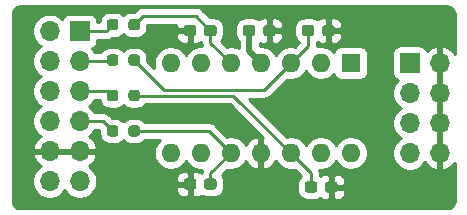
<source format=gbr>
G04 #@! TF.GenerationSoftware,KiCad,Pcbnew,5.1.10-1.fc33*
G04 #@! TF.CreationDate,2021-10-10T15:30:15-05:00*
G04 #@! TF.ProjectId,dac_pmod,6461635f-706d-46f6-942e-6b696361645f,A*
G04 #@! TF.SameCoordinates,Original*
G04 #@! TF.FileFunction,Copper,L1,Top*
G04 #@! TF.FilePolarity,Positive*
%FSLAX46Y46*%
G04 Gerber Fmt 4.6, Leading zero omitted, Abs format (unit mm)*
G04 Created by KiCad (PCBNEW 5.1.10-1.fc33) date 2021-10-10 15:30:15*
%MOMM*%
%LPD*%
G01*
G04 APERTURE LIST*
G04 #@! TA.AperFunction,ComponentPad*
%ADD10O,1.600000X1.600000*%
G04 #@! TD*
G04 #@! TA.AperFunction,ComponentPad*
%ADD11R,1.600000X1.600000*%
G04 #@! TD*
G04 #@! TA.AperFunction,ComponentPad*
%ADD12O,1.700000X1.700000*%
G04 #@! TD*
G04 #@! TA.AperFunction,ComponentPad*
%ADD13R,1.700000X1.700000*%
G04 #@! TD*
G04 #@! TA.AperFunction,ViaPad*
%ADD14C,0.800000*%
G04 #@! TD*
G04 #@! TA.AperFunction,Conductor*
%ADD15C,0.500000*%
G04 #@! TD*
G04 #@! TA.AperFunction,Conductor*
%ADD16C,0.250000*%
G04 #@! TD*
G04 #@! TA.AperFunction,Conductor*
%ADD17C,0.254000*%
G04 #@! TD*
G04 #@! TA.AperFunction,Conductor*
%ADD18C,0.100000*%
G04 #@! TD*
G04 APERTURE END LIST*
D10*
X153750000Y-95620000D03*
X138510000Y-88000000D03*
X151210000Y-95620000D03*
X141050000Y-88000000D03*
X148670000Y-95620000D03*
X143590000Y-88000000D03*
X146130000Y-95620000D03*
X146130000Y-88000000D03*
X143590000Y-95620000D03*
X148670000Y-88000000D03*
X141050000Y-95620000D03*
X151210000Y-88000000D03*
X138510000Y-95620000D03*
D11*
X153750000Y-88000000D03*
G04 #@! TA.AperFunction,SMDPad,CuDef*
G36*
G01*
X134075000Y-93512500D02*
X134075000Y-93987500D01*
G75*
G02*
X133837500Y-94225000I-237500J0D01*
G01*
X133337500Y-94225000D01*
G75*
G02*
X133100000Y-93987500I0J237500D01*
G01*
X133100000Y-93512500D01*
G75*
G02*
X133337500Y-93275000I237500J0D01*
G01*
X133837500Y-93275000D01*
G75*
G02*
X134075000Y-93512500I0J-237500D01*
G01*
G37*
G04 #@! TD.AperFunction*
G04 #@! TA.AperFunction,SMDPad,CuDef*
G36*
G01*
X135900000Y-93512500D02*
X135900000Y-93987500D01*
G75*
G02*
X135662500Y-94225000I-237500J0D01*
G01*
X135162500Y-94225000D01*
G75*
G02*
X134925000Y-93987500I0J237500D01*
G01*
X134925000Y-93512500D01*
G75*
G02*
X135162500Y-93275000I237500J0D01*
G01*
X135662500Y-93275000D01*
G75*
G02*
X135900000Y-93512500I0J-237500D01*
G01*
G37*
G04 #@! TD.AperFunction*
G04 #@! TA.AperFunction,SMDPad,CuDef*
G36*
G01*
X134075000Y-90512500D02*
X134075000Y-90987500D01*
G75*
G02*
X133837500Y-91225000I-237500J0D01*
G01*
X133337500Y-91225000D01*
G75*
G02*
X133100000Y-90987500I0J237500D01*
G01*
X133100000Y-90512500D01*
G75*
G02*
X133337500Y-90275000I237500J0D01*
G01*
X133837500Y-90275000D01*
G75*
G02*
X134075000Y-90512500I0J-237500D01*
G01*
G37*
G04 #@! TD.AperFunction*
G04 #@! TA.AperFunction,SMDPad,CuDef*
G36*
G01*
X135900000Y-90512500D02*
X135900000Y-90987500D01*
G75*
G02*
X135662500Y-91225000I-237500J0D01*
G01*
X135162500Y-91225000D01*
G75*
G02*
X134925000Y-90987500I0J237500D01*
G01*
X134925000Y-90512500D01*
G75*
G02*
X135162500Y-90275000I237500J0D01*
G01*
X135662500Y-90275000D01*
G75*
G02*
X135900000Y-90512500I0J-237500D01*
G01*
G37*
G04 #@! TD.AperFunction*
G04 #@! TA.AperFunction,SMDPad,CuDef*
G36*
G01*
X134075000Y-87512500D02*
X134075000Y-87987500D01*
G75*
G02*
X133837500Y-88225000I-237500J0D01*
G01*
X133337500Y-88225000D01*
G75*
G02*
X133100000Y-87987500I0J237500D01*
G01*
X133100000Y-87512500D01*
G75*
G02*
X133337500Y-87275000I237500J0D01*
G01*
X133837500Y-87275000D01*
G75*
G02*
X134075000Y-87512500I0J-237500D01*
G01*
G37*
G04 #@! TD.AperFunction*
G04 #@! TA.AperFunction,SMDPad,CuDef*
G36*
G01*
X135900000Y-87512500D02*
X135900000Y-87987500D01*
G75*
G02*
X135662500Y-88225000I-237500J0D01*
G01*
X135162500Y-88225000D01*
G75*
G02*
X134925000Y-87987500I0J237500D01*
G01*
X134925000Y-87512500D01*
G75*
G02*
X135162500Y-87275000I237500J0D01*
G01*
X135662500Y-87275000D01*
G75*
G02*
X135900000Y-87512500I0J-237500D01*
G01*
G37*
G04 #@! TD.AperFunction*
G04 #@! TA.AperFunction,SMDPad,CuDef*
G36*
G01*
X134075000Y-84512500D02*
X134075000Y-84987500D01*
G75*
G02*
X133837500Y-85225000I-237500J0D01*
G01*
X133337500Y-85225000D01*
G75*
G02*
X133100000Y-84987500I0J237500D01*
G01*
X133100000Y-84512500D01*
G75*
G02*
X133337500Y-84275000I237500J0D01*
G01*
X133837500Y-84275000D01*
G75*
G02*
X134075000Y-84512500I0J-237500D01*
G01*
G37*
G04 #@! TD.AperFunction*
G04 #@! TA.AperFunction,SMDPad,CuDef*
G36*
G01*
X135900000Y-84512500D02*
X135900000Y-84987500D01*
G75*
G02*
X135662500Y-85225000I-237500J0D01*
G01*
X135162500Y-85225000D01*
G75*
G02*
X134925000Y-84987500I0J237500D01*
G01*
X134925000Y-84512500D01*
G75*
G02*
X135162500Y-84275000I237500J0D01*
G01*
X135662500Y-84275000D01*
G75*
G02*
X135900000Y-84512500I0J-237500D01*
G01*
G37*
G04 #@! TD.AperFunction*
D12*
X161290000Y-95620000D03*
X158750000Y-95620000D03*
X161290000Y-93080000D03*
X158750000Y-93080000D03*
X161290000Y-90540000D03*
X158750000Y-90540000D03*
X161290000Y-88000000D03*
D13*
X158750000Y-88000000D03*
G04 #@! TA.AperFunction,SMDPad,CuDef*
G36*
G01*
X140675000Y-98012500D02*
X140675000Y-98487500D01*
G75*
G02*
X140437500Y-98725000I-237500J0D01*
G01*
X139837500Y-98725000D01*
G75*
G02*
X139600000Y-98487500I0J237500D01*
G01*
X139600000Y-98012500D01*
G75*
G02*
X139837500Y-97775000I237500J0D01*
G01*
X140437500Y-97775000D01*
G75*
G02*
X140675000Y-98012500I0J-237500D01*
G01*
G37*
G04 #@! TD.AperFunction*
G04 #@! TA.AperFunction,SMDPad,CuDef*
G36*
G01*
X142400000Y-98012500D02*
X142400000Y-98487500D01*
G75*
G02*
X142162500Y-98725000I-237500J0D01*
G01*
X141562500Y-98725000D01*
G75*
G02*
X141325000Y-98487500I0J237500D01*
G01*
X141325000Y-98012500D01*
G75*
G02*
X141562500Y-97775000I237500J0D01*
G01*
X142162500Y-97775000D01*
G75*
G02*
X142400000Y-98012500I0J-237500D01*
G01*
G37*
G04 #@! TD.AperFunction*
G04 #@! TA.AperFunction,SMDPad,CuDef*
G36*
G01*
X151575000Y-98737500D02*
X151575000Y-98262500D01*
G75*
G02*
X151812500Y-98025000I237500J0D01*
G01*
X152412500Y-98025000D01*
G75*
G02*
X152650000Y-98262500I0J-237500D01*
G01*
X152650000Y-98737500D01*
G75*
G02*
X152412500Y-98975000I-237500J0D01*
G01*
X151812500Y-98975000D01*
G75*
G02*
X151575000Y-98737500I0J237500D01*
G01*
G37*
G04 #@! TD.AperFunction*
G04 #@! TA.AperFunction,SMDPad,CuDef*
G36*
G01*
X149850000Y-98737500D02*
X149850000Y-98262500D01*
G75*
G02*
X150087500Y-98025000I237500J0D01*
G01*
X150687500Y-98025000D01*
G75*
G02*
X150925000Y-98262500I0J-237500D01*
G01*
X150925000Y-98737500D01*
G75*
G02*
X150687500Y-98975000I-237500J0D01*
G01*
X150087500Y-98975000D01*
G75*
G02*
X149850000Y-98737500I0J237500D01*
G01*
G37*
G04 #@! TD.AperFunction*
G04 #@! TA.AperFunction,SMDPad,CuDef*
G36*
G01*
X151325000Y-85487500D02*
X151325000Y-85012500D01*
G75*
G02*
X151562500Y-84775000I237500J0D01*
G01*
X152162500Y-84775000D01*
G75*
G02*
X152400000Y-85012500I0J-237500D01*
G01*
X152400000Y-85487500D01*
G75*
G02*
X152162500Y-85725000I-237500J0D01*
G01*
X151562500Y-85725000D01*
G75*
G02*
X151325000Y-85487500I0J237500D01*
G01*
G37*
G04 #@! TD.AperFunction*
G04 #@! TA.AperFunction,SMDPad,CuDef*
G36*
G01*
X149600000Y-85487500D02*
X149600000Y-85012500D01*
G75*
G02*
X149837500Y-84775000I237500J0D01*
G01*
X150437500Y-84775000D01*
G75*
G02*
X150675000Y-85012500I0J-237500D01*
G01*
X150675000Y-85487500D01*
G75*
G02*
X150437500Y-85725000I-237500J0D01*
G01*
X149837500Y-85725000D01*
G75*
G02*
X149600000Y-85487500I0J237500D01*
G01*
G37*
G04 #@! TD.AperFunction*
G04 #@! TA.AperFunction,SMDPad,CuDef*
G36*
G01*
X140675000Y-85012500D02*
X140675000Y-85487500D01*
G75*
G02*
X140437500Y-85725000I-237500J0D01*
G01*
X139837500Y-85725000D01*
G75*
G02*
X139600000Y-85487500I0J237500D01*
G01*
X139600000Y-85012500D01*
G75*
G02*
X139837500Y-84775000I237500J0D01*
G01*
X140437500Y-84775000D01*
G75*
G02*
X140675000Y-85012500I0J-237500D01*
G01*
G37*
G04 #@! TD.AperFunction*
G04 #@! TA.AperFunction,SMDPad,CuDef*
G36*
G01*
X142400000Y-85012500D02*
X142400000Y-85487500D01*
G75*
G02*
X142162500Y-85725000I-237500J0D01*
G01*
X141562500Y-85725000D01*
G75*
G02*
X141325000Y-85487500I0J237500D01*
G01*
X141325000Y-85012500D01*
G75*
G02*
X141562500Y-84775000I237500J0D01*
G01*
X142162500Y-84775000D01*
G75*
G02*
X142400000Y-85012500I0J-237500D01*
G01*
G37*
G04 #@! TD.AperFunction*
G04 #@! TA.AperFunction,SMDPad,CuDef*
G36*
G01*
X146325000Y-85487500D02*
X146325000Y-85012500D01*
G75*
G02*
X146562500Y-84775000I237500J0D01*
G01*
X147162500Y-84775000D01*
G75*
G02*
X147400000Y-85012500I0J-237500D01*
G01*
X147400000Y-85487500D01*
G75*
G02*
X147162500Y-85725000I-237500J0D01*
G01*
X146562500Y-85725000D01*
G75*
G02*
X146325000Y-85487500I0J237500D01*
G01*
G37*
G04 #@! TD.AperFunction*
G04 #@! TA.AperFunction,SMDPad,CuDef*
G36*
G01*
X144600000Y-85487500D02*
X144600000Y-85012500D01*
G75*
G02*
X144837500Y-84775000I237500J0D01*
G01*
X145437500Y-84775000D01*
G75*
G02*
X145675000Y-85012500I0J-237500D01*
G01*
X145675000Y-85487500D01*
G75*
G02*
X145437500Y-85725000I-237500J0D01*
G01*
X144837500Y-85725000D01*
G75*
G02*
X144600000Y-85487500I0J237500D01*
G01*
G37*
G04 #@! TD.AperFunction*
D12*
X128255000Y-98005000D03*
X130795000Y-98005000D03*
X128255000Y-95465000D03*
X130795000Y-95465000D03*
X128255000Y-92925000D03*
X130795000Y-92925000D03*
X128255000Y-90385000D03*
X130795000Y-90385000D03*
X128255000Y-87845000D03*
X130795000Y-87845000D03*
X128255000Y-85305000D03*
D13*
X130795000Y-85305000D03*
D14*
X137500000Y-86000000D03*
X137500000Y-92250000D03*
X140000000Y-92250000D03*
X144250000Y-93250000D03*
X148250000Y-91500000D03*
X151500000Y-91500000D03*
X154750000Y-91500000D03*
X148250000Y-85175000D03*
D15*
X145137500Y-87007500D02*
X146130000Y-88000000D01*
X145137500Y-85250000D02*
X145137500Y-87007500D01*
X146862500Y-85250000D02*
X148250000Y-85250000D01*
X148250000Y-85250000D02*
X148250000Y-85175000D01*
D16*
X132762500Y-92925000D02*
X133587500Y-93750000D01*
X130795000Y-92925000D02*
X132762500Y-92925000D01*
X133222500Y-90385000D02*
X133587500Y-90750000D01*
X130795000Y-90385000D02*
X133222500Y-90385000D01*
X133492500Y-87845000D02*
X133587500Y-87750000D01*
X130795000Y-87845000D02*
X133492500Y-87845000D01*
X133032500Y-85305000D02*
X133587500Y-84750000D01*
X130795000Y-85305000D02*
X133032500Y-85305000D01*
X135412500Y-84750000D02*
X136162500Y-84000000D01*
X140612500Y-84000000D02*
X141862500Y-85250000D01*
X136162500Y-84000000D02*
X140612500Y-84000000D01*
X141862500Y-86272500D02*
X143590000Y-88000000D01*
X141862500Y-85250000D02*
X141862500Y-86272500D01*
X135412500Y-87750000D02*
X137912500Y-90250000D01*
X146420000Y-90250000D02*
X148670000Y-88000000D01*
X137912500Y-90250000D02*
X146420000Y-90250000D01*
X150137500Y-86532500D02*
X148670000Y-88000000D01*
X150137500Y-85250000D02*
X150137500Y-86532500D01*
X150387500Y-97337500D02*
X148670000Y-95620000D01*
X150387500Y-98500000D02*
X150387500Y-97337500D01*
X143800000Y-90750000D02*
X148670000Y-95620000D01*
X135412500Y-90750000D02*
X143800000Y-90750000D01*
X141862500Y-97347500D02*
X143590000Y-95620000D01*
X141862500Y-98250000D02*
X141862500Y-97347500D01*
X141720000Y-93750000D02*
X143590000Y-95620000D01*
X135412500Y-93750000D02*
X141720000Y-93750000D01*
D17*
X162042869Y-83224722D02*
X162156246Y-83258953D01*
X162260819Y-83314555D01*
X162352596Y-83389407D01*
X162428091Y-83480664D01*
X162484419Y-83584844D01*
X162519440Y-83697976D01*
X162535001Y-83846031D01*
X162535001Y-87197364D01*
X162387588Y-86999731D01*
X162171355Y-86804822D01*
X161921252Y-86655843D01*
X161646891Y-86558519D01*
X161417000Y-86679186D01*
X161417000Y-87873000D01*
X161437000Y-87873000D01*
X161437000Y-88127000D01*
X161417000Y-88127000D01*
X161417000Y-90413000D01*
X161437000Y-90413000D01*
X161437000Y-90667000D01*
X161417000Y-90667000D01*
X161417000Y-92953000D01*
X161437000Y-92953000D01*
X161437000Y-93207000D01*
X161417000Y-93207000D01*
X161417000Y-95493000D01*
X161437000Y-95493000D01*
X161437000Y-95747000D01*
X161417000Y-95747000D01*
X161417000Y-96940814D01*
X161646891Y-97061481D01*
X161921252Y-96964157D01*
X162171355Y-96815178D01*
X162387588Y-96620269D01*
X162535000Y-96422637D01*
X162535000Y-99662721D01*
X162520278Y-99812869D01*
X162486047Y-99926246D01*
X162430446Y-100030817D01*
X162355594Y-100122595D01*
X162264335Y-100198091D01*
X162160160Y-100254419D01*
X162047024Y-100289440D01*
X161898979Y-100305000D01*
X125762279Y-100305000D01*
X125612131Y-100290278D01*
X125498754Y-100256047D01*
X125394183Y-100200446D01*
X125302405Y-100125594D01*
X125226909Y-100034335D01*
X125170581Y-99930160D01*
X125135560Y-99817024D01*
X125120000Y-99668979D01*
X125120000Y-97858740D01*
X126770000Y-97858740D01*
X126770000Y-98151260D01*
X126827068Y-98438158D01*
X126939010Y-98708411D01*
X127101525Y-98951632D01*
X127308368Y-99158475D01*
X127551589Y-99320990D01*
X127821842Y-99432932D01*
X128108740Y-99490000D01*
X128401260Y-99490000D01*
X128688158Y-99432932D01*
X128958411Y-99320990D01*
X129201632Y-99158475D01*
X129408475Y-98951632D01*
X129525000Y-98777240D01*
X129641525Y-98951632D01*
X129848368Y-99158475D01*
X130091589Y-99320990D01*
X130361842Y-99432932D01*
X130648740Y-99490000D01*
X130941260Y-99490000D01*
X131228158Y-99432932D01*
X131498411Y-99320990D01*
X131741632Y-99158475D01*
X131948475Y-98951632D01*
X132099905Y-98725000D01*
X138961928Y-98725000D01*
X138974188Y-98849482D01*
X139010498Y-98969180D01*
X139069463Y-99079494D01*
X139148815Y-99176185D01*
X139245506Y-99255537D01*
X139355820Y-99314502D01*
X139475518Y-99350812D01*
X139600000Y-99363072D01*
X139851750Y-99360000D01*
X140010500Y-99201250D01*
X140010500Y-98377000D01*
X139123750Y-98377000D01*
X138965000Y-98535750D01*
X138961928Y-98725000D01*
X132099905Y-98725000D01*
X132110990Y-98708411D01*
X132222932Y-98438158D01*
X132280000Y-98151260D01*
X132280000Y-97858740D01*
X132263343Y-97775000D01*
X138961928Y-97775000D01*
X138965000Y-97964250D01*
X139123750Y-98123000D01*
X140010500Y-98123000D01*
X140010500Y-97298750D01*
X139851750Y-97140000D01*
X139600000Y-97136928D01*
X139475518Y-97149188D01*
X139355820Y-97185498D01*
X139245506Y-97244463D01*
X139148815Y-97323815D01*
X139069463Y-97420506D01*
X139010498Y-97530820D01*
X138974188Y-97650518D01*
X138961928Y-97775000D01*
X132263343Y-97775000D01*
X132222932Y-97571842D01*
X132110990Y-97301589D01*
X131948475Y-97058368D01*
X131741632Y-96851525D01*
X131559466Y-96729805D01*
X131676355Y-96660178D01*
X131892588Y-96465269D01*
X132066641Y-96231920D01*
X132191825Y-95969099D01*
X132236476Y-95821890D01*
X132115155Y-95592000D01*
X130922000Y-95592000D01*
X130922000Y-95612000D01*
X130668000Y-95612000D01*
X130668000Y-95592000D01*
X128382000Y-95592000D01*
X128382000Y-95612000D01*
X128128000Y-95612000D01*
X128128000Y-95592000D01*
X126934845Y-95592000D01*
X126813524Y-95821890D01*
X126858175Y-95969099D01*
X126983359Y-96231920D01*
X127157412Y-96465269D01*
X127373645Y-96660178D01*
X127490534Y-96729805D01*
X127308368Y-96851525D01*
X127101525Y-97058368D01*
X126939010Y-97301589D01*
X126827068Y-97571842D01*
X126770000Y-97858740D01*
X125120000Y-97858740D01*
X125120000Y-85158740D01*
X126770000Y-85158740D01*
X126770000Y-85451260D01*
X126827068Y-85738158D01*
X126939010Y-86008411D01*
X127101525Y-86251632D01*
X127308368Y-86458475D01*
X127482760Y-86575000D01*
X127308368Y-86691525D01*
X127101525Y-86898368D01*
X126939010Y-87141589D01*
X126827068Y-87411842D01*
X126770000Y-87698740D01*
X126770000Y-87991260D01*
X126827068Y-88278158D01*
X126939010Y-88548411D01*
X127101525Y-88791632D01*
X127308368Y-88998475D01*
X127482760Y-89115000D01*
X127308368Y-89231525D01*
X127101525Y-89438368D01*
X126939010Y-89681589D01*
X126827068Y-89951842D01*
X126770000Y-90238740D01*
X126770000Y-90531260D01*
X126827068Y-90818158D01*
X126939010Y-91088411D01*
X127101525Y-91331632D01*
X127308368Y-91538475D01*
X127482760Y-91655000D01*
X127308368Y-91771525D01*
X127101525Y-91978368D01*
X126939010Y-92221589D01*
X126827068Y-92491842D01*
X126770000Y-92778740D01*
X126770000Y-93071260D01*
X126827068Y-93358158D01*
X126939010Y-93628411D01*
X127101525Y-93871632D01*
X127308368Y-94078475D01*
X127490534Y-94200195D01*
X127373645Y-94269822D01*
X127157412Y-94464731D01*
X126983359Y-94698080D01*
X126858175Y-94960901D01*
X126813524Y-95108110D01*
X126934845Y-95338000D01*
X128128000Y-95338000D01*
X128128000Y-95318000D01*
X128382000Y-95318000D01*
X128382000Y-95338000D01*
X130668000Y-95338000D01*
X130668000Y-95318000D01*
X130922000Y-95318000D01*
X130922000Y-95338000D01*
X132115155Y-95338000D01*
X132236476Y-95108110D01*
X132191825Y-94960901D01*
X132066641Y-94698080D01*
X131892588Y-94464731D01*
X131676355Y-94269822D01*
X131559466Y-94200195D01*
X131741632Y-94078475D01*
X131948475Y-93871632D01*
X132073178Y-93685000D01*
X132447699Y-93685000D01*
X132461928Y-93699229D01*
X132461928Y-93987500D01*
X132478752Y-94158316D01*
X132528577Y-94322567D01*
X132609488Y-94473942D01*
X132718377Y-94606623D01*
X132851058Y-94715512D01*
X133002433Y-94796423D01*
X133166684Y-94846248D01*
X133337500Y-94863072D01*
X133837500Y-94863072D01*
X134008316Y-94846248D01*
X134172567Y-94796423D01*
X134323942Y-94715512D01*
X134456623Y-94606623D01*
X134500000Y-94553768D01*
X134543377Y-94606623D01*
X134676058Y-94715512D01*
X134827433Y-94796423D01*
X134991684Y-94846248D01*
X135162500Y-94863072D01*
X135662500Y-94863072D01*
X135833316Y-94846248D01*
X135997567Y-94796423D01*
X136148942Y-94715512D01*
X136281623Y-94606623D01*
X136360920Y-94510000D01*
X137590604Y-94510000D01*
X137395363Y-94705241D01*
X137238320Y-94940273D01*
X137130147Y-95201426D01*
X137075000Y-95478665D01*
X137075000Y-95761335D01*
X137130147Y-96038574D01*
X137238320Y-96299727D01*
X137395363Y-96534759D01*
X137595241Y-96734637D01*
X137830273Y-96891680D01*
X138091426Y-96999853D01*
X138368665Y-97055000D01*
X138651335Y-97055000D01*
X138928574Y-96999853D01*
X139189727Y-96891680D01*
X139424759Y-96734637D01*
X139624637Y-96534759D01*
X139780000Y-96302241D01*
X139935363Y-96534759D01*
X140135241Y-96734637D01*
X140370273Y-96891680D01*
X140631426Y-96999853D01*
X140908665Y-97055000D01*
X141157090Y-97055000D01*
X141156954Y-97055254D01*
X141131248Y-97140000D01*
X141113498Y-97198514D01*
X141106640Y-97268142D01*
X141077394Y-97283774D01*
X141029494Y-97244463D01*
X140919180Y-97185498D01*
X140799482Y-97149188D01*
X140675000Y-97136928D01*
X140423250Y-97140000D01*
X140264500Y-97298750D01*
X140264500Y-98123000D01*
X140284500Y-98123000D01*
X140284500Y-98377000D01*
X140264500Y-98377000D01*
X140264500Y-99201250D01*
X140423250Y-99360000D01*
X140675000Y-99363072D01*
X140799482Y-99350812D01*
X140919180Y-99314502D01*
X141029494Y-99255537D01*
X141077394Y-99216226D01*
X141227433Y-99296423D01*
X141391684Y-99346248D01*
X141562500Y-99363072D01*
X142162500Y-99363072D01*
X142333316Y-99346248D01*
X142497567Y-99296423D01*
X142648942Y-99215512D01*
X142781623Y-99106623D01*
X142890512Y-98973942D01*
X142971423Y-98822567D01*
X143021248Y-98658316D01*
X143038072Y-98487500D01*
X143038072Y-98012500D01*
X143021248Y-97841684D01*
X142971423Y-97677433D01*
X142890512Y-97526058D01*
X142831117Y-97453685D01*
X143266114Y-97018688D01*
X143448665Y-97055000D01*
X143731335Y-97055000D01*
X144008574Y-96999853D01*
X144269727Y-96891680D01*
X144504759Y-96734637D01*
X144704637Y-96534759D01*
X144861680Y-96299727D01*
X144866067Y-96289135D01*
X144977615Y-96475131D01*
X145166586Y-96683519D01*
X145392580Y-96851037D01*
X145646913Y-96971246D01*
X145780961Y-97011904D01*
X146003000Y-96889915D01*
X146003000Y-95747000D01*
X145983000Y-95747000D01*
X145983000Y-95493000D01*
X146003000Y-95493000D01*
X146003000Y-94350085D01*
X145780961Y-94228096D01*
X145646913Y-94268754D01*
X145392580Y-94388963D01*
X145166586Y-94556481D01*
X144977615Y-94764869D01*
X144866067Y-94950865D01*
X144861680Y-94940273D01*
X144704637Y-94705241D01*
X144504759Y-94505363D01*
X144269727Y-94348320D01*
X144008574Y-94240147D01*
X143731335Y-94185000D01*
X143448665Y-94185000D01*
X143266114Y-94221312D01*
X142283804Y-93239003D01*
X142260001Y-93209999D01*
X142144276Y-93115026D01*
X142012247Y-93044454D01*
X141868986Y-93000997D01*
X141757333Y-92990000D01*
X141757322Y-92990000D01*
X141720000Y-92986324D01*
X141682678Y-92990000D01*
X136360920Y-92990000D01*
X136281623Y-92893377D01*
X136148942Y-92784488D01*
X135997567Y-92703577D01*
X135833316Y-92653752D01*
X135662500Y-92636928D01*
X135162500Y-92636928D01*
X134991684Y-92653752D01*
X134827433Y-92703577D01*
X134676058Y-92784488D01*
X134543377Y-92893377D01*
X134500000Y-92946232D01*
X134456623Y-92893377D01*
X134323942Y-92784488D01*
X134172567Y-92703577D01*
X134008316Y-92653752D01*
X133837500Y-92636928D01*
X133549229Y-92636928D01*
X133326303Y-92414002D01*
X133302501Y-92384999D01*
X133186776Y-92290026D01*
X133054747Y-92219454D01*
X132911486Y-92175997D01*
X132799833Y-92165000D01*
X132799822Y-92165000D01*
X132762500Y-92161324D01*
X132725178Y-92165000D01*
X132073178Y-92165000D01*
X131948475Y-91978368D01*
X131741632Y-91771525D01*
X131567240Y-91655000D01*
X131741632Y-91538475D01*
X131948475Y-91331632D01*
X132073178Y-91145000D01*
X132477440Y-91145000D01*
X132478752Y-91158316D01*
X132528577Y-91322567D01*
X132609488Y-91473942D01*
X132718377Y-91606623D01*
X132851058Y-91715512D01*
X133002433Y-91796423D01*
X133166684Y-91846248D01*
X133337500Y-91863072D01*
X133837500Y-91863072D01*
X134008316Y-91846248D01*
X134172567Y-91796423D01*
X134323942Y-91715512D01*
X134456623Y-91606623D01*
X134500000Y-91553768D01*
X134543377Y-91606623D01*
X134676058Y-91715512D01*
X134827433Y-91796423D01*
X134991684Y-91846248D01*
X135162500Y-91863072D01*
X135662500Y-91863072D01*
X135833316Y-91846248D01*
X135997567Y-91796423D01*
X136148942Y-91715512D01*
X136281623Y-91606623D01*
X136360920Y-91510000D01*
X143485199Y-91510000D01*
X146301071Y-94325872D01*
X146257000Y-94350085D01*
X146257000Y-95493000D01*
X146277000Y-95493000D01*
X146277000Y-95747000D01*
X146257000Y-95747000D01*
X146257000Y-96889915D01*
X146479039Y-97011904D01*
X146613087Y-96971246D01*
X146867420Y-96851037D01*
X147093414Y-96683519D01*
X147282385Y-96475131D01*
X147393933Y-96289135D01*
X147398320Y-96299727D01*
X147555363Y-96534759D01*
X147755241Y-96734637D01*
X147990273Y-96891680D01*
X148251426Y-96999853D01*
X148528665Y-97055000D01*
X148811335Y-97055000D01*
X148993886Y-97018688D01*
X149550873Y-97575674D01*
X149468377Y-97643377D01*
X149359488Y-97776058D01*
X149278577Y-97927433D01*
X149228752Y-98091684D01*
X149211928Y-98262500D01*
X149211928Y-98737500D01*
X149228752Y-98908316D01*
X149278577Y-99072567D01*
X149359488Y-99223942D01*
X149468377Y-99356623D01*
X149601058Y-99465512D01*
X149752433Y-99546423D01*
X149916684Y-99596248D01*
X150087500Y-99613072D01*
X150687500Y-99613072D01*
X150858316Y-99596248D01*
X151022567Y-99546423D01*
X151172606Y-99466226D01*
X151220506Y-99505537D01*
X151330820Y-99564502D01*
X151450518Y-99600812D01*
X151575000Y-99613072D01*
X151826750Y-99610000D01*
X151985500Y-99451250D01*
X151985500Y-98627000D01*
X152239500Y-98627000D01*
X152239500Y-99451250D01*
X152398250Y-99610000D01*
X152650000Y-99613072D01*
X152774482Y-99600812D01*
X152894180Y-99564502D01*
X153004494Y-99505537D01*
X153101185Y-99426185D01*
X153180537Y-99329494D01*
X153239502Y-99219180D01*
X153275812Y-99099482D01*
X153288072Y-98975000D01*
X153285000Y-98785750D01*
X153126250Y-98627000D01*
X152239500Y-98627000D01*
X151985500Y-98627000D01*
X151965500Y-98627000D01*
X151965500Y-98373000D01*
X151985500Y-98373000D01*
X151985500Y-97548750D01*
X152239500Y-97548750D01*
X152239500Y-98373000D01*
X153126250Y-98373000D01*
X153285000Y-98214250D01*
X153288072Y-98025000D01*
X153275812Y-97900518D01*
X153239502Y-97780820D01*
X153180537Y-97670506D01*
X153101185Y-97573815D01*
X153004494Y-97494463D01*
X152894180Y-97435498D01*
X152774482Y-97399188D01*
X152650000Y-97386928D01*
X152398250Y-97390000D01*
X152239500Y-97548750D01*
X151985500Y-97548750D01*
X151826750Y-97390000D01*
X151575000Y-97386928D01*
X151450518Y-97399188D01*
X151330820Y-97435498D01*
X151220506Y-97494463D01*
X151172606Y-97533774D01*
X151147500Y-97520355D01*
X151147500Y-97374825D01*
X151151176Y-97337500D01*
X151147500Y-97300175D01*
X151147500Y-97300167D01*
X151136503Y-97188514D01*
X151096003Y-97055000D01*
X151351335Y-97055000D01*
X151628574Y-96999853D01*
X151889727Y-96891680D01*
X152124759Y-96734637D01*
X152324637Y-96534759D01*
X152480000Y-96302241D01*
X152635363Y-96534759D01*
X152835241Y-96734637D01*
X153070273Y-96891680D01*
X153331426Y-96999853D01*
X153608665Y-97055000D01*
X153891335Y-97055000D01*
X154168574Y-96999853D01*
X154429727Y-96891680D01*
X154664759Y-96734637D01*
X154864637Y-96534759D01*
X155021680Y-96299727D01*
X155129853Y-96038574D01*
X155185000Y-95761335D01*
X155185000Y-95478665D01*
X155129853Y-95201426D01*
X155021680Y-94940273D01*
X154864637Y-94705241D01*
X154664759Y-94505363D01*
X154429727Y-94348320D01*
X154168574Y-94240147D01*
X153891335Y-94185000D01*
X153608665Y-94185000D01*
X153331426Y-94240147D01*
X153070273Y-94348320D01*
X152835241Y-94505363D01*
X152635363Y-94705241D01*
X152480000Y-94937759D01*
X152324637Y-94705241D01*
X152124759Y-94505363D01*
X151889727Y-94348320D01*
X151628574Y-94240147D01*
X151351335Y-94185000D01*
X151068665Y-94185000D01*
X150791426Y-94240147D01*
X150530273Y-94348320D01*
X150295241Y-94505363D01*
X150095363Y-94705241D01*
X149940000Y-94937759D01*
X149784637Y-94705241D01*
X149584759Y-94505363D01*
X149349727Y-94348320D01*
X149088574Y-94240147D01*
X148811335Y-94185000D01*
X148528665Y-94185000D01*
X148346114Y-94221312D01*
X145134801Y-91010000D01*
X146382678Y-91010000D01*
X146420000Y-91013676D01*
X146457322Y-91010000D01*
X146457333Y-91010000D01*
X146568986Y-90999003D01*
X146712247Y-90955546D01*
X146844276Y-90884974D01*
X146960001Y-90790001D01*
X146983804Y-90760997D01*
X148346114Y-89398688D01*
X148528665Y-89435000D01*
X148811335Y-89435000D01*
X149088574Y-89379853D01*
X149349727Y-89271680D01*
X149584759Y-89114637D01*
X149784637Y-88914759D01*
X149940000Y-88682241D01*
X150095363Y-88914759D01*
X150295241Y-89114637D01*
X150530273Y-89271680D01*
X150791426Y-89379853D01*
X151068665Y-89435000D01*
X151351335Y-89435000D01*
X151628574Y-89379853D01*
X151889727Y-89271680D01*
X152124759Y-89114637D01*
X152323357Y-88916039D01*
X152324188Y-88924482D01*
X152360498Y-89044180D01*
X152419463Y-89154494D01*
X152498815Y-89251185D01*
X152595506Y-89330537D01*
X152705820Y-89389502D01*
X152825518Y-89425812D01*
X152950000Y-89438072D01*
X154550000Y-89438072D01*
X154674482Y-89425812D01*
X154794180Y-89389502D01*
X154904494Y-89330537D01*
X155001185Y-89251185D01*
X155080537Y-89154494D01*
X155139502Y-89044180D01*
X155175812Y-88924482D01*
X155188072Y-88800000D01*
X155188072Y-87200000D01*
X155183148Y-87150000D01*
X157261928Y-87150000D01*
X157261928Y-88850000D01*
X157274188Y-88974482D01*
X157310498Y-89094180D01*
X157369463Y-89204494D01*
X157448815Y-89301185D01*
X157545506Y-89380537D01*
X157655820Y-89439502D01*
X157728380Y-89461513D01*
X157596525Y-89593368D01*
X157434010Y-89836589D01*
X157322068Y-90106842D01*
X157265000Y-90393740D01*
X157265000Y-90686260D01*
X157322068Y-90973158D01*
X157434010Y-91243411D01*
X157596525Y-91486632D01*
X157803368Y-91693475D01*
X157977760Y-91810000D01*
X157803368Y-91926525D01*
X157596525Y-92133368D01*
X157434010Y-92376589D01*
X157322068Y-92646842D01*
X157265000Y-92933740D01*
X157265000Y-93226260D01*
X157322068Y-93513158D01*
X157434010Y-93783411D01*
X157596525Y-94026632D01*
X157803368Y-94233475D01*
X157977760Y-94350000D01*
X157803368Y-94466525D01*
X157596525Y-94673368D01*
X157434010Y-94916589D01*
X157322068Y-95186842D01*
X157265000Y-95473740D01*
X157265000Y-95766260D01*
X157322068Y-96053158D01*
X157434010Y-96323411D01*
X157596525Y-96566632D01*
X157803368Y-96773475D01*
X158046589Y-96935990D01*
X158316842Y-97047932D01*
X158603740Y-97105000D01*
X158896260Y-97105000D01*
X159183158Y-97047932D01*
X159453411Y-96935990D01*
X159696632Y-96773475D01*
X159903475Y-96566632D01*
X160021100Y-96390594D01*
X160192412Y-96620269D01*
X160408645Y-96815178D01*
X160658748Y-96964157D01*
X160933109Y-97061481D01*
X161163000Y-96940814D01*
X161163000Y-95747000D01*
X161143000Y-95747000D01*
X161143000Y-95493000D01*
X161163000Y-95493000D01*
X161163000Y-93207000D01*
X161143000Y-93207000D01*
X161143000Y-92953000D01*
X161163000Y-92953000D01*
X161163000Y-90667000D01*
X161143000Y-90667000D01*
X161143000Y-90413000D01*
X161163000Y-90413000D01*
X161163000Y-88127000D01*
X161143000Y-88127000D01*
X161143000Y-87873000D01*
X161163000Y-87873000D01*
X161163000Y-86679186D01*
X160933109Y-86558519D01*
X160658748Y-86655843D01*
X160408645Y-86804822D01*
X160212498Y-86981626D01*
X160189502Y-86905820D01*
X160130537Y-86795506D01*
X160051185Y-86698815D01*
X159954494Y-86619463D01*
X159844180Y-86560498D01*
X159724482Y-86524188D01*
X159600000Y-86511928D01*
X157900000Y-86511928D01*
X157775518Y-86524188D01*
X157655820Y-86560498D01*
X157545506Y-86619463D01*
X157448815Y-86698815D01*
X157369463Y-86795506D01*
X157310498Y-86905820D01*
X157274188Y-87025518D01*
X157261928Y-87150000D01*
X155183148Y-87150000D01*
X155175812Y-87075518D01*
X155139502Y-86955820D01*
X155080537Y-86845506D01*
X155001185Y-86748815D01*
X154904494Y-86669463D01*
X154794180Y-86610498D01*
X154674482Y-86574188D01*
X154550000Y-86561928D01*
X152950000Y-86561928D01*
X152825518Y-86574188D01*
X152705820Y-86610498D01*
X152595506Y-86669463D01*
X152498815Y-86748815D01*
X152419463Y-86845506D01*
X152360498Y-86955820D01*
X152324188Y-87075518D01*
X152323357Y-87083961D01*
X152124759Y-86885363D01*
X151889727Y-86728320D01*
X151628574Y-86620147D01*
X151351335Y-86565000D01*
X151068665Y-86565000D01*
X150894565Y-86599631D01*
X150897500Y-86569833D01*
X150897500Y-86569824D01*
X150901176Y-86532501D01*
X150897500Y-86495178D01*
X150897500Y-86229645D01*
X150922606Y-86216226D01*
X150970506Y-86255537D01*
X151080820Y-86314502D01*
X151200518Y-86350812D01*
X151325000Y-86363072D01*
X151576750Y-86360000D01*
X151735500Y-86201250D01*
X151735500Y-85377000D01*
X151989500Y-85377000D01*
X151989500Y-86201250D01*
X152148250Y-86360000D01*
X152400000Y-86363072D01*
X152524482Y-86350812D01*
X152644180Y-86314502D01*
X152754494Y-86255537D01*
X152851185Y-86176185D01*
X152930537Y-86079494D01*
X152989502Y-85969180D01*
X153025812Y-85849482D01*
X153038072Y-85725000D01*
X153035000Y-85535750D01*
X152876250Y-85377000D01*
X151989500Y-85377000D01*
X151735500Y-85377000D01*
X151715500Y-85377000D01*
X151715500Y-85123000D01*
X151735500Y-85123000D01*
X151735500Y-84298750D01*
X151989500Y-84298750D01*
X151989500Y-85123000D01*
X152876250Y-85123000D01*
X153035000Y-84964250D01*
X153038072Y-84775000D01*
X153025812Y-84650518D01*
X152989502Y-84530820D01*
X152930537Y-84420506D01*
X152851185Y-84323815D01*
X152754494Y-84244463D01*
X152644180Y-84185498D01*
X152524482Y-84149188D01*
X152400000Y-84136928D01*
X152148250Y-84140000D01*
X151989500Y-84298750D01*
X151735500Y-84298750D01*
X151576750Y-84140000D01*
X151325000Y-84136928D01*
X151200518Y-84149188D01*
X151080820Y-84185498D01*
X150970506Y-84244463D01*
X150922606Y-84283774D01*
X150772567Y-84203577D01*
X150608316Y-84153752D01*
X150437500Y-84136928D01*
X149837500Y-84136928D01*
X149666684Y-84153752D01*
X149502433Y-84203577D01*
X149351058Y-84284488D01*
X149218377Y-84393377D01*
X149109488Y-84526058D01*
X149028577Y-84677433D01*
X148978752Y-84841684D01*
X148961928Y-85012500D01*
X148961928Y-85487500D01*
X148978752Y-85658316D01*
X149028577Y-85822567D01*
X149109488Y-85973942D01*
X149218377Y-86106623D01*
X149351058Y-86215512D01*
X149369714Y-86225484D01*
X148993886Y-86601312D01*
X148811335Y-86565000D01*
X148528665Y-86565000D01*
X148251426Y-86620147D01*
X147990273Y-86728320D01*
X147755241Y-86885363D01*
X147555363Y-87085241D01*
X147400000Y-87317759D01*
X147244637Y-87085241D01*
X147044759Y-86885363D01*
X146809727Y-86728320D01*
X146548574Y-86620147D01*
X146271335Y-86565000D01*
X146022500Y-86565000D01*
X146022500Y-86283329D01*
X146080820Y-86314502D01*
X146200518Y-86350812D01*
X146325000Y-86363072D01*
X146576750Y-86360000D01*
X146735500Y-86201250D01*
X146735500Y-85377000D01*
X146989500Y-85377000D01*
X146989500Y-86201250D01*
X147148250Y-86360000D01*
X147400000Y-86363072D01*
X147524482Y-86350812D01*
X147644180Y-86314502D01*
X147754494Y-86255537D01*
X147851185Y-86176185D01*
X147930537Y-86079494D01*
X147989502Y-85969180D01*
X148025812Y-85849482D01*
X148038072Y-85725000D01*
X148035000Y-85535750D01*
X147876250Y-85377000D01*
X146989500Y-85377000D01*
X146735500Y-85377000D01*
X146715500Y-85377000D01*
X146715500Y-85123000D01*
X146735500Y-85123000D01*
X146735500Y-84298750D01*
X146989500Y-84298750D01*
X146989500Y-85123000D01*
X147876250Y-85123000D01*
X148035000Y-84964250D01*
X148038072Y-84775000D01*
X148025812Y-84650518D01*
X147989502Y-84530820D01*
X147930537Y-84420506D01*
X147851185Y-84323815D01*
X147754494Y-84244463D01*
X147644180Y-84185498D01*
X147524482Y-84149188D01*
X147400000Y-84136928D01*
X147148250Y-84140000D01*
X146989500Y-84298750D01*
X146735500Y-84298750D01*
X146576750Y-84140000D01*
X146325000Y-84136928D01*
X146200518Y-84149188D01*
X146080820Y-84185498D01*
X145970506Y-84244463D01*
X145922606Y-84283774D01*
X145772567Y-84203577D01*
X145608316Y-84153752D01*
X145437500Y-84136928D01*
X144837500Y-84136928D01*
X144666684Y-84153752D01*
X144502433Y-84203577D01*
X144351058Y-84284488D01*
X144218377Y-84393377D01*
X144109488Y-84526058D01*
X144028577Y-84677433D01*
X143978752Y-84841684D01*
X143961928Y-85012500D01*
X143961928Y-85487500D01*
X143978752Y-85658316D01*
X144028577Y-85822567D01*
X144109488Y-85973942D01*
X144218377Y-86106623D01*
X144252501Y-86134628D01*
X144252501Y-86721185D01*
X144008574Y-86620147D01*
X143731335Y-86565000D01*
X143448665Y-86565000D01*
X143266114Y-86601312D01*
X142776021Y-86111220D01*
X142781623Y-86106623D01*
X142890512Y-85973942D01*
X142971423Y-85822567D01*
X143021248Y-85658316D01*
X143038072Y-85487500D01*
X143038072Y-85012500D01*
X143021248Y-84841684D01*
X142971423Y-84677433D01*
X142890512Y-84526058D01*
X142781623Y-84393377D01*
X142648942Y-84284488D01*
X142497567Y-84203577D01*
X142333316Y-84153752D01*
X142162500Y-84136928D01*
X141824230Y-84136928D01*
X141176304Y-83489003D01*
X141152501Y-83459999D01*
X141036776Y-83365026D01*
X140904747Y-83294454D01*
X140761486Y-83250997D01*
X140649833Y-83240000D01*
X140649822Y-83240000D01*
X140612500Y-83236324D01*
X140575178Y-83240000D01*
X136199822Y-83240000D01*
X136162499Y-83236324D01*
X136125176Y-83240000D01*
X136125167Y-83240000D01*
X136013514Y-83250997D01*
X135870253Y-83294454D01*
X135738224Y-83365026D01*
X135622499Y-83459999D01*
X135598701Y-83488998D01*
X135450770Y-83636928D01*
X135162500Y-83636928D01*
X134991684Y-83653752D01*
X134827433Y-83703577D01*
X134676058Y-83784488D01*
X134543377Y-83893377D01*
X134500000Y-83946232D01*
X134456623Y-83893377D01*
X134323942Y-83784488D01*
X134172567Y-83703577D01*
X134008316Y-83653752D01*
X133837500Y-83636928D01*
X133337500Y-83636928D01*
X133166684Y-83653752D01*
X133002433Y-83703577D01*
X132851058Y-83784488D01*
X132718377Y-83893377D01*
X132609488Y-84026058D01*
X132528577Y-84177433D01*
X132478752Y-84341684D01*
X132461928Y-84512500D01*
X132461928Y-84545000D01*
X132283072Y-84545000D01*
X132283072Y-84455000D01*
X132270812Y-84330518D01*
X132234502Y-84210820D01*
X132175537Y-84100506D01*
X132096185Y-84003815D01*
X131999494Y-83924463D01*
X131889180Y-83865498D01*
X131769482Y-83829188D01*
X131645000Y-83816928D01*
X129945000Y-83816928D01*
X129820518Y-83829188D01*
X129700820Y-83865498D01*
X129590506Y-83924463D01*
X129493815Y-84003815D01*
X129414463Y-84100506D01*
X129355498Y-84210820D01*
X129333487Y-84283380D01*
X129201632Y-84151525D01*
X128958411Y-83989010D01*
X128688158Y-83877068D01*
X128401260Y-83820000D01*
X128108740Y-83820000D01*
X127821842Y-83877068D01*
X127551589Y-83989010D01*
X127308368Y-84151525D01*
X127101525Y-84358368D01*
X126939010Y-84601589D01*
X126827068Y-84871842D01*
X126770000Y-85158740D01*
X125120000Y-85158740D01*
X125120000Y-83852279D01*
X125134722Y-83702131D01*
X125168953Y-83588754D01*
X125224555Y-83484181D01*
X125299407Y-83392404D01*
X125390664Y-83316909D01*
X125494844Y-83260581D01*
X125607976Y-83225560D01*
X125756022Y-83210000D01*
X161892721Y-83210000D01*
X162042869Y-83224722D01*
G04 #@! TA.AperFunction,Conductor*
D18*
G36*
X162042869Y-83224722D02*
G01*
X162156246Y-83258953D01*
X162260819Y-83314555D01*
X162352596Y-83389407D01*
X162428091Y-83480664D01*
X162484419Y-83584844D01*
X162519440Y-83697976D01*
X162535001Y-83846031D01*
X162535001Y-87197364D01*
X162387588Y-86999731D01*
X162171355Y-86804822D01*
X161921252Y-86655843D01*
X161646891Y-86558519D01*
X161417000Y-86679186D01*
X161417000Y-87873000D01*
X161437000Y-87873000D01*
X161437000Y-88127000D01*
X161417000Y-88127000D01*
X161417000Y-90413000D01*
X161437000Y-90413000D01*
X161437000Y-90667000D01*
X161417000Y-90667000D01*
X161417000Y-92953000D01*
X161437000Y-92953000D01*
X161437000Y-93207000D01*
X161417000Y-93207000D01*
X161417000Y-95493000D01*
X161437000Y-95493000D01*
X161437000Y-95747000D01*
X161417000Y-95747000D01*
X161417000Y-96940814D01*
X161646891Y-97061481D01*
X161921252Y-96964157D01*
X162171355Y-96815178D01*
X162387588Y-96620269D01*
X162535000Y-96422637D01*
X162535000Y-99662721D01*
X162520278Y-99812869D01*
X162486047Y-99926246D01*
X162430446Y-100030817D01*
X162355594Y-100122595D01*
X162264335Y-100198091D01*
X162160160Y-100254419D01*
X162047024Y-100289440D01*
X161898979Y-100305000D01*
X125762279Y-100305000D01*
X125612131Y-100290278D01*
X125498754Y-100256047D01*
X125394183Y-100200446D01*
X125302405Y-100125594D01*
X125226909Y-100034335D01*
X125170581Y-99930160D01*
X125135560Y-99817024D01*
X125120000Y-99668979D01*
X125120000Y-97858740D01*
X126770000Y-97858740D01*
X126770000Y-98151260D01*
X126827068Y-98438158D01*
X126939010Y-98708411D01*
X127101525Y-98951632D01*
X127308368Y-99158475D01*
X127551589Y-99320990D01*
X127821842Y-99432932D01*
X128108740Y-99490000D01*
X128401260Y-99490000D01*
X128688158Y-99432932D01*
X128958411Y-99320990D01*
X129201632Y-99158475D01*
X129408475Y-98951632D01*
X129525000Y-98777240D01*
X129641525Y-98951632D01*
X129848368Y-99158475D01*
X130091589Y-99320990D01*
X130361842Y-99432932D01*
X130648740Y-99490000D01*
X130941260Y-99490000D01*
X131228158Y-99432932D01*
X131498411Y-99320990D01*
X131741632Y-99158475D01*
X131948475Y-98951632D01*
X132099905Y-98725000D01*
X138961928Y-98725000D01*
X138974188Y-98849482D01*
X139010498Y-98969180D01*
X139069463Y-99079494D01*
X139148815Y-99176185D01*
X139245506Y-99255537D01*
X139355820Y-99314502D01*
X139475518Y-99350812D01*
X139600000Y-99363072D01*
X139851750Y-99360000D01*
X140010500Y-99201250D01*
X140010500Y-98377000D01*
X139123750Y-98377000D01*
X138965000Y-98535750D01*
X138961928Y-98725000D01*
X132099905Y-98725000D01*
X132110990Y-98708411D01*
X132222932Y-98438158D01*
X132280000Y-98151260D01*
X132280000Y-97858740D01*
X132263343Y-97775000D01*
X138961928Y-97775000D01*
X138965000Y-97964250D01*
X139123750Y-98123000D01*
X140010500Y-98123000D01*
X140010500Y-97298750D01*
X139851750Y-97140000D01*
X139600000Y-97136928D01*
X139475518Y-97149188D01*
X139355820Y-97185498D01*
X139245506Y-97244463D01*
X139148815Y-97323815D01*
X139069463Y-97420506D01*
X139010498Y-97530820D01*
X138974188Y-97650518D01*
X138961928Y-97775000D01*
X132263343Y-97775000D01*
X132222932Y-97571842D01*
X132110990Y-97301589D01*
X131948475Y-97058368D01*
X131741632Y-96851525D01*
X131559466Y-96729805D01*
X131676355Y-96660178D01*
X131892588Y-96465269D01*
X132066641Y-96231920D01*
X132191825Y-95969099D01*
X132236476Y-95821890D01*
X132115155Y-95592000D01*
X130922000Y-95592000D01*
X130922000Y-95612000D01*
X130668000Y-95612000D01*
X130668000Y-95592000D01*
X128382000Y-95592000D01*
X128382000Y-95612000D01*
X128128000Y-95612000D01*
X128128000Y-95592000D01*
X126934845Y-95592000D01*
X126813524Y-95821890D01*
X126858175Y-95969099D01*
X126983359Y-96231920D01*
X127157412Y-96465269D01*
X127373645Y-96660178D01*
X127490534Y-96729805D01*
X127308368Y-96851525D01*
X127101525Y-97058368D01*
X126939010Y-97301589D01*
X126827068Y-97571842D01*
X126770000Y-97858740D01*
X125120000Y-97858740D01*
X125120000Y-85158740D01*
X126770000Y-85158740D01*
X126770000Y-85451260D01*
X126827068Y-85738158D01*
X126939010Y-86008411D01*
X127101525Y-86251632D01*
X127308368Y-86458475D01*
X127482760Y-86575000D01*
X127308368Y-86691525D01*
X127101525Y-86898368D01*
X126939010Y-87141589D01*
X126827068Y-87411842D01*
X126770000Y-87698740D01*
X126770000Y-87991260D01*
X126827068Y-88278158D01*
X126939010Y-88548411D01*
X127101525Y-88791632D01*
X127308368Y-88998475D01*
X127482760Y-89115000D01*
X127308368Y-89231525D01*
X127101525Y-89438368D01*
X126939010Y-89681589D01*
X126827068Y-89951842D01*
X126770000Y-90238740D01*
X126770000Y-90531260D01*
X126827068Y-90818158D01*
X126939010Y-91088411D01*
X127101525Y-91331632D01*
X127308368Y-91538475D01*
X127482760Y-91655000D01*
X127308368Y-91771525D01*
X127101525Y-91978368D01*
X126939010Y-92221589D01*
X126827068Y-92491842D01*
X126770000Y-92778740D01*
X126770000Y-93071260D01*
X126827068Y-93358158D01*
X126939010Y-93628411D01*
X127101525Y-93871632D01*
X127308368Y-94078475D01*
X127490534Y-94200195D01*
X127373645Y-94269822D01*
X127157412Y-94464731D01*
X126983359Y-94698080D01*
X126858175Y-94960901D01*
X126813524Y-95108110D01*
X126934845Y-95338000D01*
X128128000Y-95338000D01*
X128128000Y-95318000D01*
X128382000Y-95318000D01*
X128382000Y-95338000D01*
X130668000Y-95338000D01*
X130668000Y-95318000D01*
X130922000Y-95318000D01*
X130922000Y-95338000D01*
X132115155Y-95338000D01*
X132236476Y-95108110D01*
X132191825Y-94960901D01*
X132066641Y-94698080D01*
X131892588Y-94464731D01*
X131676355Y-94269822D01*
X131559466Y-94200195D01*
X131741632Y-94078475D01*
X131948475Y-93871632D01*
X132073178Y-93685000D01*
X132447699Y-93685000D01*
X132461928Y-93699229D01*
X132461928Y-93987500D01*
X132478752Y-94158316D01*
X132528577Y-94322567D01*
X132609488Y-94473942D01*
X132718377Y-94606623D01*
X132851058Y-94715512D01*
X133002433Y-94796423D01*
X133166684Y-94846248D01*
X133337500Y-94863072D01*
X133837500Y-94863072D01*
X134008316Y-94846248D01*
X134172567Y-94796423D01*
X134323942Y-94715512D01*
X134456623Y-94606623D01*
X134500000Y-94553768D01*
X134543377Y-94606623D01*
X134676058Y-94715512D01*
X134827433Y-94796423D01*
X134991684Y-94846248D01*
X135162500Y-94863072D01*
X135662500Y-94863072D01*
X135833316Y-94846248D01*
X135997567Y-94796423D01*
X136148942Y-94715512D01*
X136281623Y-94606623D01*
X136360920Y-94510000D01*
X137590604Y-94510000D01*
X137395363Y-94705241D01*
X137238320Y-94940273D01*
X137130147Y-95201426D01*
X137075000Y-95478665D01*
X137075000Y-95761335D01*
X137130147Y-96038574D01*
X137238320Y-96299727D01*
X137395363Y-96534759D01*
X137595241Y-96734637D01*
X137830273Y-96891680D01*
X138091426Y-96999853D01*
X138368665Y-97055000D01*
X138651335Y-97055000D01*
X138928574Y-96999853D01*
X139189727Y-96891680D01*
X139424759Y-96734637D01*
X139624637Y-96534759D01*
X139780000Y-96302241D01*
X139935363Y-96534759D01*
X140135241Y-96734637D01*
X140370273Y-96891680D01*
X140631426Y-96999853D01*
X140908665Y-97055000D01*
X141157090Y-97055000D01*
X141156954Y-97055254D01*
X141131248Y-97140000D01*
X141113498Y-97198514D01*
X141106640Y-97268142D01*
X141077394Y-97283774D01*
X141029494Y-97244463D01*
X140919180Y-97185498D01*
X140799482Y-97149188D01*
X140675000Y-97136928D01*
X140423250Y-97140000D01*
X140264500Y-97298750D01*
X140264500Y-98123000D01*
X140284500Y-98123000D01*
X140284500Y-98377000D01*
X140264500Y-98377000D01*
X140264500Y-99201250D01*
X140423250Y-99360000D01*
X140675000Y-99363072D01*
X140799482Y-99350812D01*
X140919180Y-99314502D01*
X141029494Y-99255537D01*
X141077394Y-99216226D01*
X141227433Y-99296423D01*
X141391684Y-99346248D01*
X141562500Y-99363072D01*
X142162500Y-99363072D01*
X142333316Y-99346248D01*
X142497567Y-99296423D01*
X142648942Y-99215512D01*
X142781623Y-99106623D01*
X142890512Y-98973942D01*
X142971423Y-98822567D01*
X143021248Y-98658316D01*
X143038072Y-98487500D01*
X143038072Y-98012500D01*
X143021248Y-97841684D01*
X142971423Y-97677433D01*
X142890512Y-97526058D01*
X142831117Y-97453685D01*
X143266114Y-97018688D01*
X143448665Y-97055000D01*
X143731335Y-97055000D01*
X144008574Y-96999853D01*
X144269727Y-96891680D01*
X144504759Y-96734637D01*
X144704637Y-96534759D01*
X144861680Y-96299727D01*
X144866067Y-96289135D01*
X144977615Y-96475131D01*
X145166586Y-96683519D01*
X145392580Y-96851037D01*
X145646913Y-96971246D01*
X145780961Y-97011904D01*
X146003000Y-96889915D01*
X146003000Y-95747000D01*
X145983000Y-95747000D01*
X145983000Y-95493000D01*
X146003000Y-95493000D01*
X146003000Y-94350085D01*
X145780961Y-94228096D01*
X145646913Y-94268754D01*
X145392580Y-94388963D01*
X145166586Y-94556481D01*
X144977615Y-94764869D01*
X144866067Y-94950865D01*
X144861680Y-94940273D01*
X144704637Y-94705241D01*
X144504759Y-94505363D01*
X144269727Y-94348320D01*
X144008574Y-94240147D01*
X143731335Y-94185000D01*
X143448665Y-94185000D01*
X143266114Y-94221312D01*
X142283804Y-93239003D01*
X142260001Y-93209999D01*
X142144276Y-93115026D01*
X142012247Y-93044454D01*
X141868986Y-93000997D01*
X141757333Y-92990000D01*
X141757322Y-92990000D01*
X141720000Y-92986324D01*
X141682678Y-92990000D01*
X136360920Y-92990000D01*
X136281623Y-92893377D01*
X136148942Y-92784488D01*
X135997567Y-92703577D01*
X135833316Y-92653752D01*
X135662500Y-92636928D01*
X135162500Y-92636928D01*
X134991684Y-92653752D01*
X134827433Y-92703577D01*
X134676058Y-92784488D01*
X134543377Y-92893377D01*
X134500000Y-92946232D01*
X134456623Y-92893377D01*
X134323942Y-92784488D01*
X134172567Y-92703577D01*
X134008316Y-92653752D01*
X133837500Y-92636928D01*
X133549229Y-92636928D01*
X133326303Y-92414002D01*
X133302501Y-92384999D01*
X133186776Y-92290026D01*
X133054747Y-92219454D01*
X132911486Y-92175997D01*
X132799833Y-92165000D01*
X132799822Y-92165000D01*
X132762500Y-92161324D01*
X132725178Y-92165000D01*
X132073178Y-92165000D01*
X131948475Y-91978368D01*
X131741632Y-91771525D01*
X131567240Y-91655000D01*
X131741632Y-91538475D01*
X131948475Y-91331632D01*
X132073178Y-91145000D01*
X132477440Y-91145000D01*
X132478752Y-91158316D01*
X132528577Y-91322567D01*
X132609488Y-91473942D01*
X132718377Y-91606623D01*
X132851058Y-91715512D01*
X133002433Y-91796423D01*
X133166684Y-91846248D01*
X133337500Y-91863072D01*
X133837500Y-91863072D01*
X134008316Y-91846248D01*
X134172567Y-91796423D01*
X134323942Y-91715512D01*
X134456623Y-91606623D01*
X134500000Y-91553768D01*
X134543377Y-91606623D01*
X134676058Y-91715512D01*
X134827433Y-91796423D01*
X134991684Y-91846248D01*
X135162500Y-91863072D01*
X135662500Y-91863072D01*
X135833316Y-91846248D01*
X135997567Y-91796423D01*
X136148942Y-91715512D01*
X136281623Y-91606623D01*
X136360920Y-91510000D01*
X143485199Y-91510000D01*
X146301071Y-94325872D01*
X146257000Y-94350085D01*
X146257000Y-95493000D01*
X146277000Y-95493000D01*
X146277000Y-95747000D01*
X146257000Y-95747000D01*
X146257000Y-96889915D01*
X146479039Y-97011904D01*
X146613087Y-96971246D01*
X146867420Y-96851037D01*
X147093414Y-96683519D01*
X147282385Y-96475131D01*
X147393933Y-96289135D01*
X147398320Y-96299727D01*
X147555363Y-96534759D01*
X147755241Y-96734637D01*
X147990273Y-96891680D01*
X148251426Y-96999853D01*
X148528665Y-97055000D01*
X148811335Y-97055000D01*
X148993886Y-97018688D01*
X149550873Y-97575674D01*
X149468377Y-97643377D01*
X149359488Y-97776058D01*
X149278577Y-97927433D01*
X149228752Y-98091684D01*
X149211928Y-98262500D01*
X149211928Y-98737500D01*
X149228752Y-98908316D01*
X149278577Y-99072567D01*
X149359488Y-99223942D01*
X149468377Y-99356623D01*
X149601058Y-99465512D01*
X149752433Y-99546423D01*
X149916684Y-99596248D01*
X150087500Y-99613072D01*
X150687500Y-99613072D01*
X150858316Y-99596248D01*
X151022567Y-99546423D01*
X151172606Y-99466226D01*
X151220506Y-99505537D01*
X151330820Y-99564502D01*
X151450518Y-99600812D01*
X151575000Y-99613072D01*
X151826750Y-99610000D01*
X151985500Y-99451250D01*
X151985500Y-98627000D01*
X152239500Y-98627000D01*
X152239500Y-99451250D01*
X152398250Y-99610000D01*
X152650000Y-99613072D01*
X152774482Y-99600812D01*
X152894180Y-99564502D01*
X153004494Y-99505537D01*
X153101185Y-99426185D01*
X153180537Y-99329494D01*
X153239502Y-99219180D01*
X153275812Y-99099482D01*
X153288072Y-98975000D01*
X153285000Y-98785750D01*
X153126250Y-98627000D01*
X152239500Y-98627000D01*
X151985500Y-98627000D01*
X151965500Y-98627000D01*
X151965500Y-98373000D01*
X151985500Y-98373000D01*
X151985500Y-97548750D01*
X152239500Y-97548750D01*
X152239500Y-98373000D01*
X153126250Y-98373000D01*
X153285000Y-98214250D01*
X153288072Y-98025000D01*
X153275812Y-97900518D01*
X153239502Y-97780820D01*
X153180537Y-97670506D01*
X153101185Y-97573815D01*
X153004494Y-97494463D01*
X152894180Y-97435498D01*
X152774482Y-97399188D01*
X152650000Y-97386928D01*
X152398250Y-97390000D01*
X152239500Y-97548750D01*
X151985500Y-97548750D01*
X151826750Y-97390000D01*
X151575000Y-97386928D01*
X151450518Y-97399188D01*
X151330820Y-97435498D01*
X151220506Y-97494463D01*
X151172606Y-97533774D01*
X151147500Y-97520355D01*
X151147500Y-97374825D01*
X151151176Y-97337500D01*
X151147500Y-97300175D01*
X151147500Y-97300167D01*
X151136503Y-97188514D01*
X151096003Y-97055000D01*
X151351335Y-97055000D01*
X151628574Y-96999853D01*
X151889727Y-96891680D01*
X152124759Y-96734637D01*
X152324637Y-96534759D01*
X152480000Y-96302241D01*
X152635363Y-96534759D01*
X152835241Y-96734637D01*
X153070273Y-96891680D01*
X153331426Y-96999853D01*
X153608665Y-97055000D01*
X153891335Y-97055000D01*
X154168574Y-96999853D01*
X154429727Y-96891680D01*
X154664759Y-96734637D01*
X154864637Y-96534759D01*
X155021680Y-96299727D01*
X155129853Y-96038574D01*
X155185000Y-95761335D01*
X155185000Y-95478665D01*
X155129853Y-95201426D01*
X155021680Y-94940273D01*
X154864637Y-94705241D01*
X154664759Y-94505363D01*
X154429727Y-94348320D01*
X154168574Y-94240147D01*
X153891335Y-94185000D01*
X153608665Y-94185000D01*
X153331426Y-94240147D01*
X153070273Y-94348320D01*
X152835241Y-94505363D01*
X152635363Y-94705241D01*
X152480000Y-94937759D01*
X152324637Y-94705241D01*
X152124759Y-94505363D01*
X151889727Y-94348320D01*
X151628574Y-94240147D01*
X151351335Y-94185000D01*
X151068665Y-94185000D01*
X150791426Y-94240147D01*
X150530273Y-94348320D01*
X150295241Y-94505363D01*
X150095363Y-94705241D01*
X149940000Y-94937759D01*
X149784637Y-94705241D01*
X149584759Y-94505363D01*
X149349727Y-94348320D01*
X149088574Y-94240147D01*
X148811335Y-94185000D01*
X148528665Y-94185000D01*
X148346114Y-94221312D01*
X145134801Y-91010000D01*
X146382678Y-91010000D01*
X146420000Y-91013676D01*
X146457322Y-91010000D01*
X146457333Y-91010000D01*
X146568986Y-90999003D01*
X146712247Y-90955546D01*
X146844276Y-90884974D01*
X146960001Y-90790001D01*
X146983804Y-90760997D01*
X148346114Y-89398688D01*
X148528665Y-89435000D01*
X148811335Y-89435000D01*
X149088574Y-89379853D01*
X149349727Y-89271680D01*
X149584759Y-89114637D01*
X149784637Y-88914759D01*
X149940000Y-88682241D01*
X150095363Y-88914759D01*
X150295241Y-89114637D01*
X150530273Y-89271680D01*
X150791426Y-89379853D01*
X151068665Y-89435000D01*
X151351335Y-89435000D01*
X151628574Y-89379853D01*
X151889727Y-89271680D01*
X152124759Y-89114637D01*
X152323357Y-88916039D01*
X152324188Y-88924482D01*
X152360498Y-89044180D01*
X152419463Y-89154494D01*
X152498815Y-89251185D01*
X152595506Y-89330537D01*
X152705820Y-89389502D01*
X152825518Y-89425812D01*
X152950000Y-89438072D01*
X154550000Y-89438072D01*
X154674482Y-89425812D01*
X154794180Y-89389502D01*
X154904494Y-89330537D01*
X155001185Y-89251185D01*
X155080537Y-89154494D01*
X155139502Y-89044180D01*
X155175812Y-88924482D01*
X155188072Y-88800000D01*
X155188072Y-87200000D01*
X155183148Y-87150000D01*
X157261928Y-87150000D01*
X157261928Y-88850000D01*
X157274188Y-88974482D01*
X157310498Y-89094180D01*
X157369463Y-89204494D01*
X157448815Y-89301185D01*
X157545506Y-89380537D01*
X157655820Y-89439502D01*
X157728380Y-89461513D01*
X157596525Y-89593368D01*
X157434010Y-89836589D01*
X157322068Y-90106842D01*
X157265000Y-90393740D01*
X157265000Y-90686260D01*
X157322068Y-90973158D01*
X157434010Y-91243411D01*
X157596525Y-91486632D01*
X157803368Y-91693475D01*
X157977760Y-91810000D01*
X157803368Y-91926525D01*
X157596525Y-92133368D01*
X157434010Y-92376589D01*
X157322068Y-92646842D01*
X157265000Y-92933740D01*
X157265000Y-93226260D01*
X157322068Y-93513158D01*
X157434010Y-93783411D01*
X157596525Y-94026632D01*
X157803368Y-94233475D01*
X157977760Y-94350000D01*
X157803368Y-94466525D01*
X157596525Y-94673368D01*
X157434010Y-94916589D01*
X157322068Y-95186842D01*
X157265000Y-95473740D01*
X157265000Y-95766260D01*
X157322068Y-96053158D01*
X157434010Y-96323411D01*
X157596525Y-96566632D01*
X157803368Y-96773475D01*
X158046589Y-96935990D01*
X158316842Y-97047932D01*
X158603740Y-97105000D01*
X158896260Y-97105000D01*
X159183158Y-97047932D01*
X159453411Y-96935990D01*
X159696632Y-96773475D01*
X159903475Y-96566632D01*
X160021100Y-96390594D01*
X160192412Y-96620269D01*
X160408645Y-96815178D01*
X160658748Y-96964157D01*
X160933109Y-97061481D01*
X161163000Y-96940814D01*
X161163000Y-95747000D01*
X161143000Y-95747000D01*
X161143000Y-95493000D01*
X161163000Y-95493000D01*
X161163000Y-93207000D01*
X161143000Y-93207000D01*
X161143000Y-92953000D01*
X161163000Y-92953000D01*
X161163000Y-90667000D01*
X161143000Y-90667000D01*
X161143000Y-90413000D01*
X161163000Y-90413000D01*
X161163000Y-88127000D01*
X161143000Y-88127000D01*
X161143000Y-87873000D01*
X161163000Y-87873000D01*
X161163000Y-86679186D01*
X160933109Y-86558519D01*
X160658748Y-86655843D01*
X160408645Y-86804822D01*
X160212498Y-86981626D01*
X160189502Y-86905820D01*
X160130537Y-86795506D01*
X160051185Y-86698815D01*
X159954494Y-86619463D01*
X159844180Y-86560498D01*
X159724482Y-86524188D01*
X159600000Y-86511928D01*
X157900000Y-86511928D01*
X157775518Y-86524188D01*
X157655820Y-86560498D01*
X157545506Y-86619463D01*
X157448815Y-86698815D01*
X157369463Y-86795506D01*
X157310498Y-86905820D01*
X157274188Y-87025518D01*
X157261928Y-87150000D01*
X155183148Y-87150000D01*
X155175812Y-87075518D01*
X155139502Y-86955820D01*
X155080537Y-86845506D01*
X155001185Y-86748815D01*
X154904494Y-86669463D01*
X154794180Y-86610498D01*
X154674482Y-86574188D01*
X154550000Y-86561928D01*
X152950000Y-86561928D01*
X152825518Y-86574188D01*
X152705820Y-86610498D01*
X152595506Y-86669463D01*
X152498815Y-86748815D01*
X152419463Y-86845506D01*
X152360498Y-86955820D01*
X152324188Y-87075518D01*
X152323357Y-87083961D01*
X152124759Y-86885363D01*
X151889727Y-86728320D01*
X151628574Y-86620147D01*
X151351335Y-86565000D01*
X151068665Y-86565000D01*
X150894565Y-86599631D01*
X150897500Y-86569833D01*
X150897500Y-86569824D01*
X150901176Y-86532501D01*
X150897500Y-86495178D01*
X150897500Y-86229645D01*
X150922606Y-86216226D01*
X150970506Y-86255537D01*
X151080820Y-86314502D01*
X151200518Y-86350812D01*
X151325000Y-86363072D01*
X151576750Y-86360000D01*
X151735500Y-86201250D01*
X151735500Y-85377000D01*
X151989500Y-85377000D01*
X151989500Y-86201250D01*
X152148250Y-86360000D01*
X152400000Y-86363072D01*
X152524482Y-86350812D01*
X152644180Y-86314502D01*
X152754494Y-86255537D01*
X152851185Y-86176185D01*
X152930537Y-86079494D01*
X152989502Y-85969180D01*
X153025812Y-85849482D01*
X153038072Y-85725000D01*
X153035000Y-85535750D01*
X152876250Y-85377000D01*
X151989500Y-85377000D01*
X151735500Y-85377000D01*
X151715500Y-85377000D01*
X151715500Y-85123000D01*
X151735500Y-85123000D01*
X151735500Y-84298750D01*
X151989500Y-84298750D01*
X151989500Y-85123000D01*
X152876250Y-85123000D01*
X153035000Y-84964250D01*
X153038072Y-84775000D01*
X153025812Y-84650518D01*
X152989502Y-84530820D01*
X152930537Y-84420506D01*
X152851185Y-84323815D01*
X152754494Y-84244463D01*
X152644180Y-84185498D01*
X152524482Y-84149188D01*
X152400000Y-84136928D01*
X152148250Y-84140000D01*
X151989500Y-84298750D01*
X151735500Y-84298750D01*
X151576750Y-84140000D01*
X151325000Y-84136928D01*
X151200518Y-84149188D01*
X151080820Y-84185498D01*
X150970506Y-84244463D01*
X150922606Y-84283774D01*
X150772567Y-84203577D01*
X150608316Y-84153752D01*
X150437500Y-84136928D01*
X149837500Y-84136928D01*
X149666684Y-84153752D01*
X149502433Y-84203577D01*
X149351058Y-84284488D01*
X149218377Y-84393377D01*
X149109488Y-84526058D01*
X149028577Y-84677433D01*
X148978752Y-84841684D01*
X148961928Y-85012500D01*
X148961928Y-85487500D01*
X148978752Y-85658316D01*
X149028577Y-85822567D01*
X149109488Y-85973942D01*
X149218377Y-86106623D01*
X149351058Y-86215512D01*
X149369714Y-86225484D01*
X148993886Y-86601312D01*
X148811335Y-86565000D01*
X148528665Y-86565000D01*
X148251426Y-86620147D01*
X147990273Y-86728320D01*
X147755241Y-86885363D01*
X147555363Y-87085241D01*
X147400000Y-87317759D01*
X147244637Y-87085241D01*
X147044759Y-86885363D01*
X146809727Y-86728320D01*
X146548574Y-86620147D01*
X146271335Y-86565000D01*
X146022500Y-86565000D01*
X146022500Y-86283329D01*
X146080820Y-86314502D01*
X146200518Y-86350812D01*
X146325000Y-86363072D01*
X146576750Y-86360000D01*
X146735500Y-86201250D01*
X146735500Y-85377000D01*
X146989500Y-85377000D01*
X146989500Y-86201250D01*
X147148250Y-86360000D01*
X147400000Y-86363072D01*
X147524482Y-86350812D01*
X147644180Y-86314502D01*
X147754494Y-86255537D01*
X147851185Y-86176185D01*
X147930537Y-86079494D01*
X147989502Y-85969180D01*
X148025812Y-85849482D01*
X148038072Y-85725000D01*
X148035000Y-85535750D01*
X147876250Y-85377000D01*
X146989500Y-85377000D01*
X146735500Y-85377000D01*
X146715500Y-85377000D01*
X146715500Y-85123000D01*
X146735500Y-85123000D01*
X146735500Y-84298750D01*
X146989500Y-84298750D01*
X146989500Y-85123000D01*
X147876250Y-85123000D01*
X148035000Y-84964250D01*
X148038072Y-84775000D01*
X148025812Y-84650518D01*
X147989502Y-84530820D01*
X147930537Y-84420506D01*
X147851185Y-84323815D01*
X147754494Y-84244463D01*
X147644180Y-84185498D01*
X147524482Y-84149188D01*
X147400000Y-84136928D01*
X147148250Y-84140000D01*
X146989500Y-84298750D01*
X146735500Y-84298750D01*
X146576750Y-84140000D01*
X146325000Y-84136928D01*
X146200518Y-84149188D01*
X146080820Y-84185498D01*
X145970506Y-84244463D01*
X145922606Y-84283774D01*
X145772567Y-84203577D01*
X145608316Y-84153752D01*
X145437500Y-84136928D01*
X144837500Y-84136928D01*
X144666684Y-84153752D01*
X144502433Y-84203577D01*
X144351058Y-84284488D01*
X144218377Y-84393377D01*
X144109488Y-84526058D01*
X144028577Y-84677433D01*
X143978752Y-84841684D01*
X143961928Y-85012500D01*
X143961928Y-85487500D01*
X143978752Y-85658316D01*
X144028577Y-85822567D01*
X144109488Y-85973942D01*
X144218377Y-86106623D01*
X144252501Y-86134628D01*
X144252501Y-86721185D01*
X144008574Y-86620147D01*
X143731335Y-86565000D01*
X143448665Y-86565000D01*
X143266114Y-86601312D01*
X142776021Y-86111220D01*
X142781623Y-86106623D01*
X142890512Y-85973942D01*
X142971423Y-85822567D01*
X143021248Y-85658316D01*
X143038072Y-85487500D01*
X143038072Y-85012500D01*
X143021248Y-84841684D01*
X142971423Y-84677433D01*
X142890512Y-84526058D01*
X142781623Y-84393377D01*
X142648942Y-84284488D01*
X142497567Y-84203577D01*
X142333316Y-84153752D01*
X142162500Y-84136928D01*
X141824230Y-84136928D01*
X141176304Y-83489003D01*
X141152501Y-83459999D01*
X141036776Y-83365026D01*
X140904747Y-83294454D01*
X140761486Y-83250997D01*
X140649833Y-83240000D01*
X140649822Y-83240000D01*
X140612500Y-83236324D01*
X140575178Y-83240000D01*
X136199822Y-83240000D01*
X136162499Y-83236324D01*
X136125176Y-83240000D01*
X136125167Y-83240000D01*
X136013514Y-83250997D01*
X135870253Y-83294454D01*
X135738224Y-83365026D01*
X135622499Y-83459999D01*
X135598701Y-83488998D01*
X135450770Y-83636928D01*
X135162500Y-83636928D01*
X134991684Y-83653752D01*
X134827433Y-83703577D01*
X134676058Y-83784488D01*
X134543377Y-83893377D01*
X134500000Y-83946232D01*
X134456623Y-83893377D01*
X134323942Y-83784488D01*
X134172567Y-83703577D01*
X134008316Y-83653752D01*
X133837500Y-83636928D01*
X133337500Y-83636928D01*
X133166684Y-83653752D01*
X133002433Y-83703577D01*
X132851058Y-83784488D01*
X132718377Y-83893377D01*
X132609488Y-84026058D01*
X132528577Y-84177433D01*
X132478752Y-84341684D01*
X132461928Y-84512500D01*
X132461928Y-84545000D01*
X132283072Y-84545000D01*
X132283072Y-84455000D01*
X132270812Y-84330518D01*
X132234502Y-84210820D01*
X132175537Y-84100506D01*
X132096185Y-84003815D01*
X131999494Y-83924463D01*
X131889180Y-83865498D01*
X131769482Y-83829188D01*
X131645000Y-83816928D01*
X129945000Y-83816928D01*
X129820518Y-83829188D01*
X129700820Y-83865498D01*
X129590506Y-83924463D01*
X129493815Y-84003815D01*
X129414463Y-84100506D01*
X129355498Y-84210820D01*
X129333487Y-84283380D01*
X129201632Y-84151525D01*
X128958411Y-83989010D01*
X128688158Y-83877068D01*
X128401260Y-83820000D01*
X128108740Y-83820000D01*
X127821842Y-83877068D01*
X127551589Y-83989010D01*
X127308368Y-84151525D01*
X127101525Y-84358368D01*
X126939010Y-84601589D01*
X126827068Y-84871842D01*
X126770000Y-85158740D01*
X125120000Y-85158740D01*
X125120000Y-83852279D01*
X125134722Y-83702131D01*
X125168953Y-83588754D01*
X125224555Y-83484181D01*
X125299407Y-83392404D01*
X125390664Y-83316909D01*
X125494844Y-83260581D01*
X125607976Y-83225560D01*
X125756022Y-83210000D01*
X161892721Y-83210000D01*
X162042869Y-83224722D01*
G37*
G04 #@! TD.AperFunction*
D17*
X138961928Y-84775000D02*
X138965000Y-84964250D01*
X139123750Y-85123000D01*
X140010500Y-85123000D01*
X140010500Y-85103000D01*
X140264500Y-85103000D01*
X140264500Y-85123000D01*
X140284500Y-85123000D01*
X140284500Y-85377000D01*
X140264500Y-85377000D01*
X140264500Y-86201250D01*
X140423250Y-86360000D01*
X140675000Y-86363072D01*
X140799482Y-86350812D01*
X140919180Y-86314502D01*
X141029494Y-86255537D01*
X141077394Y-86216226D01*
X141102501Y-86229646D01*
X141102501Y-86235168D01*
X141098824Y-86272500D01*
X141102501Y-86309833D01*
X141106553Y-86350968D01*
X141113498Y-86421485D01*
X141156954Y-86564746D01*
X141157090Y-86565000D01*
X140908665Y-86565000D01*
X140631426Y-86620147D01*
X140370273Y-86728320D01*
X140135241Y-86885363D01*
X139935363Y-87085241D01*
X139780000Y-87317759D01*
X139624637Y-87085241D01*
X139424759Y-86885363D01*
X139189727Y-86728320D01*
X138928574Y-86620147D01*
X138651335Y-86565000D01*
X138368665Y-86565000D01*
X138091426Y-86620147D01*
X137830273Y-86728320D01*
X137595241Y-86885363D01*
X137395363Y-87085241D01*
X137238320Y-87320273D01*
X137130147Y-87581426D01*
X137075000Y-87858665D01*
X137075000Y-88141335D01*
X137123758Y-88386457D01*
X136538072Y-87800771D01*
X136538072Y-87512500D01*
X136521248Y-87341684D01*
X136471423Y-87177433D01*
X136390512Y-87026058D01*
X136281623Y-86893377D01*
X136148942Y-86784488D01*
X135997567Y-86703577D01*
X135833316Y-86653752D01*
X135662500Y-86636928D01*
X135162500Y-86636928D01*
X134991684Y-86653752D01*
X134827433Y-86703577D01*
X134676058Y-86784488D01*
X134543377Y-86893377D01*
X134500000Y-86946232D01*
X134456623Y-86893377D01*
X134323942Y-86784488D01*
X134172567Y-86703577D01*
X134008316Y-86653752D01*
X133837500Y-86636928D01*
X133337500Y-86636928D01*
X133166684Y-86653752D01*
X133002433Y-86703577D01*
X132851058Y-86784488D01*
X132718377Y-86893377D01*
X132609488Y-87026058D01*
X132577983Y-87085000D01*
X132073178Y-87085000D01*
X131948475Y-86898368D01*
X131816620Y-86766513D01*
X131889180Y-86744502D01*
X131999494Y-86685537D01*
X132096185Y-86606185D01*
X132175537Y-86509494D01*
X132234502Y-86399180D01*
X132270812Y-86279482D01*
X132283072Y-86155000D01*
X132283072Y-86065000D01*
X132995178Y-86065000D01*
X133032500Y-86068676D01*
X133069822Y-86065000D01*
X133069833Y-86065000D01*
X133181486Y-86054003D01*
X133324747Y-86010546D01*
X133456776Y-85939974D01*
X133550481Y-85863072D01*
X133837500Y-85863072D01*
X134008316Y-85846248D01*
X134172567Y-85796423D01*
X134323942Y-85715512D01*
X134456623Y-85606623D01*
X134500000Y-85553768D01*
X134543377Y-85606623D01*
X134676058Y-85715512D01*
X134827433Y-85796423D01*
X134991684Y-85846248D01*
X135162500Y-85863072D01*
X135662500Y-85863072D01*
X135833316Y-85846248D01*
X135997567Y-85796423D01*
X136131191Y-85725000D01*
X138961928Y-85725000D01*
X138974188Y-85849482D01*
X139010498Y-85969180D01*
X139069463Y-86079494D01*
X139148815Y-86176185D01*
X139245506Y-86255537D01*
X139355820Y-86314502D01*
X139475518Y-86350812D01*
X139600000Y-86363072D01*
X139851750Y-86360000D01*
X140010500Y-86201250D01*
X140010500Y-85377000D01*
X139123750Y-85377000D01*
X138965000Y-85535750D01*
X138961928Y-85725000D01*
X136131191Y-85725000D01*
X136148942Y-85715512D01*
X136281623Y-85606623D01*
X136390512Y-85473942D01*
X136471423Y-85322567D01*
X136521248Y-85158316D01*
X136538072Y-84987500D01*
X136538072Y-84760000D01*
X138963405Y-84760000D01*
X138961928Y-84775000D01*
G04 #@! TA.AperFunction,Conductor*
D18*
G36*
X138961928Y-84775000D02*
G01*
X138965000Y-84964250D01*
X139123750Y-85123000D01*
X140010500Y-85123000D01*
X140010500Y-85103000D01*
X140264500Y-85103000D01*
X140264500Y-85123000D01*
X140284500Y-85123000D01*
X140284500Y-85377000D01*
X140264500Y-85377000D01*
X140264500Y-86201250D01*
X140423250Y-86360000D01*
X140675000Y-86363072D01*
X140799482Y-86350812D01*
X140919180Y-86314502D01*
X141029494Y-86255537D01*
X141077394Y-86216226D01*
X141102501Y-86229646D01*
X141102501Y-86235168D01*
X141098824Y-86272500D01*
X141102501Y-86309833D01*
X141106553Y-86350968D01*
X141113498Y-86421485D01*
X141156954Y-86564746D01*
X141157090Y-86565000D01*
X140908665Y-86565000D01*
X140631426Y-86620147D01*
X140370273Y-86728320D01*
X140135241Y-86885363D01*
X139935363Y-87085241D01*
X139780000Y-87317759D01*
X139624637Y-87085241D01*
X139424759Y-86885363D01*
X139189727Y-86728320D01*
X138928574Y-86620147D01*
X138651335Y-86565000D01*
X138368665Y-86565000D01*
X138091426Y-86620147D01*
X137830273Y-86728320D01*
X137595241Y-86885363D01*
X137395363Y-87085241D01*
X137238320Y-87320273D01*
X137130147Y-87581426D01*
X137075000Y-87858665D01*
X137075000Y-88141335D01*
X137123758Y-88386457D01*
X136538072Y-87800771D01*
X136538072Y-87512500D01*
X136521248Y-87341684D01*
X136471423Y-87177433D01*
X136390512Y-87026058D01*
X136281623Y-86893377D01*
X136148942Y-86784488D01*
X135997567Y-86703577D01*
X135833316Y-86653752D01*
X135662500Y-86636928D01*
X135162500Y-86636928D01*
X134991684Y-86653752D01*
X134827433Y-86703577D01*
X134676058Y-86784488D01*
X134543377Y-86893377D01*
X134500000Y-86946232D01*
X134456623Y-86893377D01*
X134323942Y-86784488D01*
X134172567Y-86703577D01*
X134008316Y-86653752D01*
X133837500Y-86636928D01*
X133337500Y-86636928D01*
X133166684Y-86653752D01*
X133002433Y-86703577D01*
X132851058Y-86784488D01*
X132718377Y-86893377D01*
X132609488Y-87026058D01*
X132577983Y-87085000D01*
X132073178Y-87085000D01*
X131948475Y-86898368D01*
X131816620Y-86766513D01*
X131889180Y-86744502D01*
X131999494Y-86685537D01*
X132096185Y-86606185D01*
X132175537Y-86509494D01*
X132234502Y-86399180D01*
X132270812Y-86279482D01*
X132283072Y-86155000D01*
X132283072Y-86065000D01*
X132995178Y-86065000D01*
X133032500Y-86068676D01*
X133069822Y-86065000D01*
X133069833Y-86065000D01*
X133181486Y-86054003D01*
X133324747Y-86010546D01*
X133456776Y-85939974D01*
X133550481Y-85863072D01*
X133837500Y-85863072D01*
X134008316Y-85846248D01*
X134172567Y-85796423D01*
X134323942Y-85715512D01*
X134456623Y-85606623D01*
X134500000Y-85553768D01*
X134543377Y-85606623D01*
X134676058Y-85715512D01*
X134827433Y-85796423D01*
X134991684Y-85846248D01*
X135162500Y-85863072D01*
X135662500Y-85863072D01*
X135833316Y-85846248D01*
X135997567Y-85796423D01*
X136131191Y-85725000D01*
X138961928Y-85725000D01*
X138974188Y-85849482D01*
X139010498Y-85969180D01*
X139069463Y-86079494D01*
X139148815Y-86176185D01*
X139245506Y-86255537D01*
X139355820Y-86314502D01*
X139475518Y-86350812D01*
X139600000Y-86363072D01*
X139851750Y-86360000D01*
X140010500Y-86201250D01*
X140010500Y-85377000D01*
X139123750Y-85377000D01*
X138965000Y-85535750D01*
X138961928Y-85725000D01*
X136131191Y-85725000D01*
X136148942Y-85715512D01*
X136281623Y-85606623D01*
X136390512Y-85473942D01*
X136471423Y-85322567D01*
X136521248Y-85158316D01*
X136538072Y-84987500D01*
X136538072Y-84760000D01*
X138963405Y-84760000D01*
X138961928Y-84775000D01*
G37*
G04 #@! TD.AperFunction*
M02*

</source>
